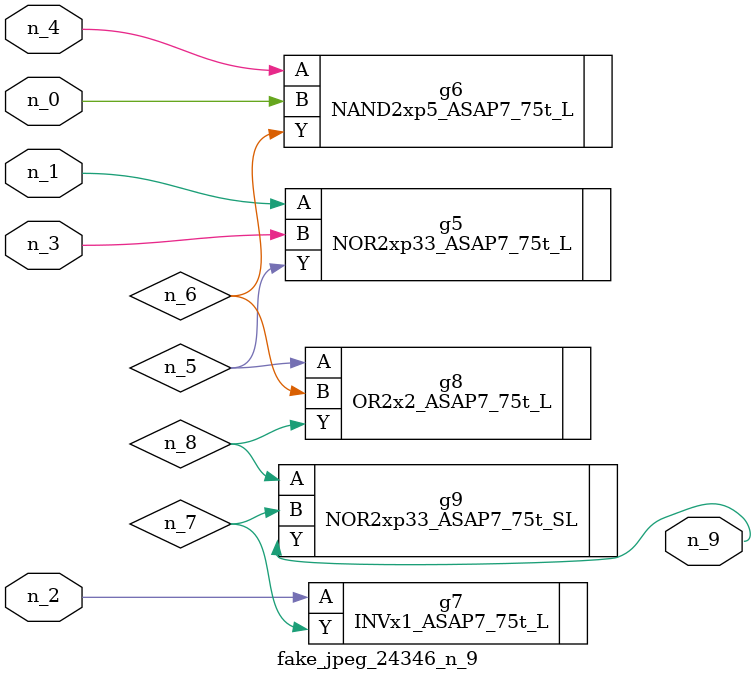
<source format=v>
module fake_jpeg_24346_n_9 (n_3, n_2, n_1, n_0, n_4, n_9);

input n_3;
input n_2;
input n_1;
input n_0;
input n_4;

output n_9;

wire n_8;
wire n_6;
wire n_5;
wire n_7;

NOR2xp33_ASAP7_75t_L g5 ( 
.A(n_1),
.B(n_3),
.Y(n_5)
);

NAND2xp5_ASAP7_75t_L g6 ( 
.A(n_4),
.B(n_0),
.Y(n_6)
);

INVx1_ASAP7_75t_L g7 ( 
.A(n_2),
.Y(n_7)
);

OR2x2_ASAP7_75t_L g8 ( 
.A(n_5),
.B(n_6),
.Y(n_8)
);

NOR2xp33_ASAP7_75t_SL g9 ( 
.A(n_8),
.B(n_7),
.Y(n_9)
);


endmodule
</source>
